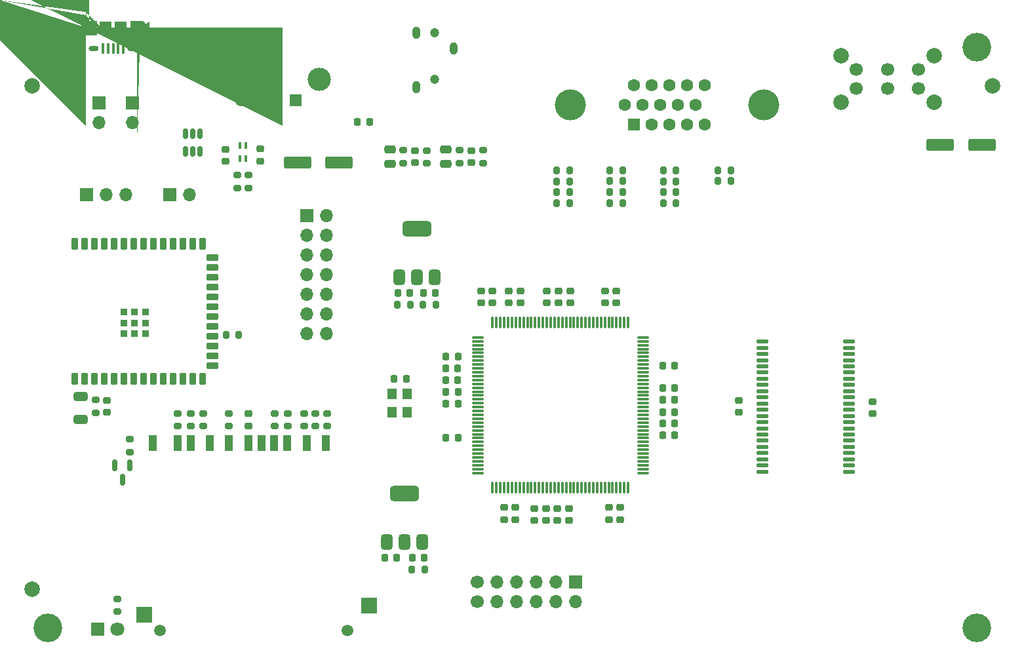
<source format=gts>
%TF.GenerationSoftware,KiCad,Pcbnew,8.0.4*%
%TF.CreationDate,2024-08-30T09:31:55-07:00*%
%TF.ProjectId,aquarius-plus,61717561-7269-4757-932d-706c75732e6b,1*%
%TF.SameCoordinates,Original*%
%TF.FileFunction,Soldermask,Top*%
%TF.FilePolarity,Negative*%
%FSLAX46Y46*%
G04 Gerber Fmt 4.6, Leading zero omitted, Abs format (unit mm)*
G04 Created by KiCad (PCBNEW 8.0.4) date 2024-08-30 09:31:55*
%MOMM*%
%LPD*%
G01*
G04 APERTURE LIST*
G04 Aperture macros list*
%AMRoundRect*
0 Rectangle with rounded corners*
0 $1 Rounding radius*
0 $2 $3 $4 $5 $6 $7 $8 $9 X,Y pos of 4 corners*
0 Add a 4 corners polygon primitive as box body*
4,1,4,$2,$3,$4,$5,$6,$7,$8,$9,$2,$3,0*
0 Add four circle primitives for the rounded corners*
1,1,$1+$1,$2,$3*
1,1,$1+$1,$4,$5*
1,1,$1+$1,$6,$7*
1,1,$1+$1,$8,$9*
0 Add four rect primitives between the rounded corners*
20,1,$1+$1,$2,$3,$4,$5,0*
20,1,$1+$1,$4,$5,$6,$7,0*
20,1,$1+$1,$6,$7,$8,$9,0*
20,1,$1+$1,$8,$9,$2,$3,0*%
%AMHorizOval*
0 Thick line with rounded ends*
0 $1 width*
0 $2 $3 position (X,Y) of the first rounded end (center of the circle)*
0 $4 $5 position (X,Y) of the second rounded end (center of the circle)*
0 Add line between two ends*
20,1,$1,$2,$3,$4,$5,0*
0 Add two circle primitives to create the rounded ends*
1,1,$1,$2,$3*
1,1,$1,$4,$5*%
%AMFreePoly0*
4,1,134,1.200354,0.780354,1.200500,0.780000,1.200500,-0.775000,1.200354,-0.775354,1.200000,-0.775500,0.002000,-0.775500,0.001646,-0.775354,0.001500,-0.775000,0.001500,-0.774762,0.000000,-0.775000,-0.001500,-0.774762,-0.001500,-0.775000,-0.001646,-0.775354,-0.002000,-0.775500,-0.002020,-0.775500,-0.027020,-0.774500,-0.027038,-0.774499,-0.053038,-0.772499,-0.053057,-0.772497,-0.079057,-0.769497,
-0.079094,-0.769491,-0.105094,-0.764491,-0.105117,-0.764486,-0.130117,-0.758486,-0.130135,-0.758481,-0.155135,-0.751481,-0.155169,-0.751470,-0.180169,-0.742470,-0.180192,-0.742462,-0.204192,-0.732462,-0.204208,-0.732455,-0.228208,-0.721455,-0.228246,-0.721435,-0.251246,-0.708435,-0.251254,-0.708430,-0.273254,-0.695430,-0.273291,-0.695407,-0.294291,-0.680407,-0.294303,-0.680398,-0.315303,-0.664398,
-0.315324,-0.664381,-0.335324,-0.647381,-0.335344,-0.647363,-0.354344,-0.629363,-0.354363,-0.629344,-0.372363,-0.610344,-0.372381,-0.610324,-0.389381,-0.590324,-0.389398,-0.590303,-0.405398,-0.569303,-0.405407,-0.569291,-0.420407,-0.548291,-0.420430,-0.548254,-0.433430,-0.526254,-0.433435,-0.526246,-0.446435,-0.503246,-0.446455,-0.503208,-0.457455,-0.479208,-0.457462,-0.479192,-0.467462,-0.455192,
-0.467470,-0.455169,-0.476470,-0.430169,-0.476481,-0.430135,-0.483481,-0.405135,-0.483486,-0.405117,-0.489486,-0.380117,-0.489491,-0.380094,-0.494491,-0.354094,-0.494497,-0.354057,-0.497497,-0.328057,-0.497499,-0.328038,-0.499499,-0.302038,-0.499500,-0.302019,-0.500500,-0.275019,-0.500500,0.275019,-0.499500,0.301019,-0.499499,0.301038,-0.497499,0.327038,-0.497497,0.327057,-0.494497,0.353057,
-0.494491,0.353094,-0.489491,0.379094,-0.489486,0.379117,-0.483486,0.404117,-0.483483,0.404130,-0.476483,0.430130,-0.476468,0.430176,-0.467462,0.454192,-0.457462,0.478192,-0.457455,0.478208,-0.446455,0.502208,-0.446435,0.502246,-0.433435,0.525246,-0.433422,0.525268,-0.405422,0.569268,-0.405398,0.569303,-0.389398,0.590303,-0.389381,0.590324,-0.372381,0.610324,-0.372363,0.610344,
-0.354363,0.629344,-0.354344,0.629363,-0.335344,0.647363,-0.335324,0.647381,-0.315324,0.664381,-0.315303,0.664398,-0.294303,0.680398,-0.294268,0.680422,-0.250268,0.708422,-0.250246,0.708435,-0.227246,0.721435,-0.227208,0.721455,-0.203208,0.732455,-0.203192,0.732462,-0.179192,0.742462,-0.155176,0.751468,-0.155130,0.751483,-0.129130,0.758483,-0.129117,0.758486,-0.104117,0.764486,
-0.104094,0.764491,-0.078094,0.769491,-0.078057,0.769497,-0.052057,0.772497,-0.052038,0.772499,-0.026038,0.774499,-0.026019,0.774500,-0.000019,0.775500,1.194500,0.775500,1.194500,0.780000,1.194646,0.780354,1.195000,0.780500,1.200000,0.780500,1.200354,0.780354,1.200354,0.780354,$1*%
%AMFreePoly1*
4,1,134,-0.001646,0.775354,-0.001500,0.775000,-0.001500,0.774762,0.000000,0.775000,0.001500,0.774762,0.001500,0.775000,0.001646,0.775354,0.002000,0.775500,0.002020,0.775500,0.027020,0.774500,0.027038,0.774499,0.053038,0.772499,0.053057,0.772497,0.079057,0.769497,0.079094,0.769491,0.105094,0.764491,0.105117,0.764486,0.130117,0.758486,0.130135,0.758481,0.155135,0.751481,
0.155169,0.751470,0.180169,0.742470,0.180192,0.742462,0.204192,0.732462,0.204208,0.732455,0.228208,0.721455,0.228246,0.721435,0.251246,0.708435,0.251254,0.708430,0.273254,0.695430,0.273291,0.695407,0.294291,0.680407,0.294303,0.680398,0.315303,0.664398,0.315324,0.664381,0.335324,0.647381,0.335344,0.647363,0.354344,0.629363,0.354363,0.629344,0.372363,0.610344,
0.372381,0.610324,0.389381,0.590324,0.389398,0.590303,0.405398,0.569303,0.405407,0.569291,0.420407,0.548291,0.420430,0.548254,0.433430,0.526254,0.433435,0.526246,0.446435,0.503246,0.446455,0.503208,0.457455,0.479208,0.457462,0.479192,0.467462,0.455192,0.467470,0.455169,0.476470,0.430169,0.476481,0.430135,0.483481,0.405135,0.483486,0.405117,0.489486,0.380117,
0.489491,0.380094,0.494491,0.354094,0.494497,0.354057,0.497497,0.328057,0.497499,0.328038,0.499499,0.302038,0.499500,0.302019,0.500500,0.275019,0.500500,-0.275019,0.499500,-0.301019,0.499499,-0.301038,0.497499,-0.327038,0.497497,-0.327057,0.494497,-0.353057,0.494491,-0.353094,0.489491,-0.379094,0.489486,-0.379117,0.483486,-0.404117,0.483483,-0.404130,0.476483,-0.430130,
0.476468,-0.430176,0.467462,-0.454192,0.457462,-0.478192,0.457455,-0.478208,0.446455,-0.502208,0.446435,-0.502246,0.433435,-0.525246,0.433422,-0.525268,0.405422,-0.569268,0.405398,-0.569303,0.389398,-0.590303,0.389381,-0.590324,0.372381,-0.610324,0.372363,-0.610344,0.354363,-0.629344,0.354344,-0.629363,0.335344,-0.647363,0.335324,-0.647381,0.315324,-0.664381,0.315303,-0.664398,
0.294303,-0.680398,0.294268,-0.680422,0.250268,-0.708422,0.250246,-0.708435,0.227246,-0.721435,0.227208,-0.721455,0.203208,-0.732455,0.203192,-0.732462,0.179192,-0.742462,0.155176,-0.751468,0.155130,-0.751483,0.129130,-0.758483,0.129117,-0.758486,0.104117,-0.764486,0.104094,-0.764491,0.078094,-0.769491,0.078057,-0.769497,0.052057,-0.772497,0.052038,-0.772499,0.026038,-0.774499,
0.026019,-0.774500,0.000019,-0.775500,-1.194500,-0.775500,-1.194500,-0.780000,-1.194646,-0.780354,-1.195000,-0.780500,-1.200000,-0.780500,-1.200354,-0.780354,-1.200500,-0.780000,-1.200500,0.775000,-1.200354,0.775354,-1.200000,0.775500,-0.002000,0.775500,-0.001646,0.775354,-0.001646,0.775354,$1*%
G04 Aperture macros list end*
%ADD10C,0.000100*%
%ADD11RoundRect,0.225000X0.250000X-0.225000X0.250000X0.225000X-0.250000X0.225000X-0.250000X-0.225000X0*%
%ADD12RoundRect,0.200000X-0.275000X0.200000X-0.275000X-0.200000X0.275000X-0.200000X0.275000X0.200000X0*%
%ADD13RoundRect,0.200000X0.275000X-0.200000X0.275000X0.200000X-0.275000X0.200000X-0.275000X-0.200000X0*%
%ADD14RoundRect,0.225000X-0.250000X0.225000X-0.250000X-0.225000X0.250000X-0.225000X0.250000X0.225000X0*%
%ADD15R,1.700000X1.700000*%
%ADD16O,1.700000X1.700000*%
%ADD17RoundRect,0.200000X-0.200000X-0.275000X0.200000X-0.275000X0.200000X0.275000X-0.200000X0.275000X0*%
%ADD18RoundRect,0.150000X0.150000X-0.512500X0.150000X0.512500X-0.150000X0.512500X-0.150000X-0.512500X0*%
%ADD19RoundRect,0.375000X0.375000X-0.625000X0.375000X0.625000X-0.375000X0.625000X-0.375000X-0.625000X0*%
%ADD20RoundRect,0.500000X1.400000X-0.500000X1.400000X0.500000X-1.400000X0.500000X-1.400000X-0.500000X0*%
%ADD21RoundRect,0.075000X-0.075000X0.662500X-0.075000X-0.662500X0.075000X-0.662500X0.075000X0.662500X0*%
%ADD22RoundRect,0.075000X-0.662500X0.075000X-0.662500X-0.075000X0.662500X-0.075000X0.662500X0.075000X0*%
%ADD23C,3.700000*%
%ADD24RoundRect,0.225000X0.225000X0.250000X-0.225000X0.250000X-0.225000X-0.250000X0.225000X-0.250000X0*%
%ADD25RoundRect,0.250000X0.475000X-0.250000X0.475000X0.250000X-0.475000X0.250000X-0.475000X-0.250000X0*%
%ADD26HorizOval,1.700000X0.000000X0.000000X0.000000X0.000000X0*%
%ADD27C,2.000000*%
%ADD28RoundRect,0.218750X-0.218750X-0.256250X0.218750X-0.256250X0.218750X0.256250X-0.218750X0.256250X0*%
%ADD29C,1.700000*%
%ADD30RoundRect,0.137500X-0.625000X-0.137500X0.625000X-0.137500X0.625000X0.137500X-0.625000X0.137500X0*%
%ADD31RoundRect,0.225000X-0.225000X-0.250000X0.225000X-0.250000X0.225000X0.250000X-0.225000X0.250000X0*%
%ADD32R,0.400000X1.350000*%
%ADD33FreePoly0,180.000000*%
%ADD34O,1.300000X0.650000*%
%ADD35R,1.500000X1.550000*%
%ADD36FreePoly1,180.000000*%
%ADD37C,1.500000*%
%ADD38R,1.000000X2.000000*%
%ADD39RoundRect,0.000000X-0.500000X-1.000000X0.500000X-1.000000X0.500000X1.000000X-0.500000X1.000000X0*%
%ADD40R,2.000000X2.000000*%
%ADD41C,4.000000*%
%ADD42R,1.600000X1.600000*%
%ADD43C,1.600000*%
%ADD44R,1.600000X1.500000*%
%ADD45C,3.000000*%
%ADD46R,1.800000X1.800000*%
%ADD47C,1.800000*%
%ADD48RoundRect,0.250000X1.500000X0.550000X-1.500000X0.550000X-1.500000X-0.550000X1.500000X-0.550000X0*%
%ADD49R,1.200000X1.400000*%
%ADD50RoundRect,0.250000X-0.650000X0.325000X-0.650000X-0.325000X0.650000X-0.325000X0.650000X0.325000X0*%
%ADD51C,1.200000*%
%ADD52O,1.000000X1.600000*%
%ADD53RoundRect,0.225000X0.225000X0.525000X-0.225000X0.525000X-0.225000X-0.525000X0.225000X-0.525000X0*%
%ADD54RoundRect,0.225000X-0.525000X0.225000X-0.525000X-0.225000X0.525000X-0.225000X0.525000X0.225000X0*%
%ADD55RoundRect,0.225000X-0.225000X-0.525000X0.225000X-0.525000X0.225000X0.525000X-0.225000X0.525000X0*%
%ADD56RoundRect,0.225000X-0.225000X-0.225000X0.225000X-0.225000X0.225000X0.225000X-0.225000X0.225000X0*%
%ADD57R,0.400000X0.900000*%
%ADD58RoundRect,0.150000X-0.150000X0.587500X-0.150000X-0.587500X0.150000X-0.587500X0.150000X0.587500X0*%
%ADD59RoundRect,0.250000X-1.500000X-0.550000X1.500000X-0.550000X1.500000X0.550000X-1.500000X0.550000X0*%
G04 APERTURE END LIST*
D10*
%TO.C,J1*%
X87810099Y-33204978D02*
X86410099Y-33204978D01*
X86384099Y-33203978D01*
X86358099Y-33201978D01*
X86332099Y-33198978D01*
X86306099Y-33193978D01*
X86281099Y-33187978D01*
X86255099Y-33180978D01*
X86231099Y-33171978D01*
X86207099Y-33161978D01*
X86183099Y-33150978D01*
X86160099Y-33137978D01*
X86138099Y-33123978D01*
X86116099Y-33109978D01*
X86095099Y-33093978D01*
X86075099Y-33076978D01*
X86056099Y-33058978D01*
X86038099Y-33039978D01*
X86021099Y-33019978D01*
X86005099Y-32998978D01*
X85991099Y-32976978D01*
X85977099Y-32954978D01*
X85964099Y-32931978D01*
X85953099Y-32907978D01*
X85943099Y-32883978D01*
X85934099Y-32859978D01*
X85927099Y-32833978D01*
X85921099Y-32808978D01*
X85916099Y-32782978D01*
X85913099Y-32756978D01*
X85911099Y-32730978D01*
X85910099Y-32704978D01*
X85910099Y-31954978D01*
X85911099Y-31928978D01*
X85913099Y-31902978D01*
X85916099Y-31876978D01*
X85921099Y-31850978D01*
X85927099Y-31825978D01*
X85934099Y-31799978D01*
X85943099Y-31775978D01*
X85953099Y-31751978D01*
X85964099Y-31727978D01*
X85977099Y-31704978D01*
X85991099Y-31682978D01*
X86005099Y-31660978D01*
X86021099Y-31639978D01*
X86038099Y-31619978D01*
X86056099Y-31600978D01*
X86075099Y-31582978D01*
X86095099Y-31565978D01*
X86116099Y-31549978D01*
X86138099Y-31535978D01*
X86160099Y-31521978D01*
X86183099Y-31508978D01*
X86207099Y-31497978D01*
X86231099Y-31487978D01*
X86255099Y-31478978D01*
X86281099Y-31471978D01*
X86306099Y-31465978D01*
X86332099Y-31460978D01*
X86358099Y-31457978D01*
X86384099Y-31455978D01*
X86410099Y-31454978D01*
X87810099Y-31454978D01*
X87810099Y-33204978D01*
G36*
X87810099Y-33204978D02*
G01*
X86410099Y-33204978D01*
X86384099Y-33203978D01*
X86358099Y-33201978D01*
X86332099Y-33198978D01*
X86306099Y-33193978D01*
X86281099Y-33187978D01*
X86255099Y-33180978D01*
X86231099Y-33171978D01*
X86207099Y-33161978D01*
X86183099Y-33150978D01*
X86160099Y-33137978D01*
X86138099Y-33123978D01*
X86116099Y-33109978D01*
X86095099Y-33093978D01*
X86075099Y-33076978D01*
X86056099Y-33058978D01*
X86038099Y-33039978D01*
X86021099Y-33019978D01*
X86005099Y-32998978D01*
X85991099Y-32976978D01*
X85977099Y-32954978D01*
X85964099Y-32931978D01*
X85953099Y-32907978D01*
X85943099Y-32883978D01*
X85934099Y-32859978D01*
X85927099Y-32833978D01*
X85921099Y-32808978D01*
X85916099Y-32782978D01*
X85913099Y-32756978D01*
X85911099Y-32730978D01*
X85910099Y-32704978D01*
X85910099Y-31954978D01*
X85911099Y-31928978D01*
X85913099Y-31902978D01*
X85916099Y-31876978D01*
X85921099Y-31850978D01*
X85927099Y-31825978D01*
X85934099Y-31799978D01*
X85943099Y-31775978D01*
X85953099Y-31751978D01*
X85964099Y-31727978D01*
X85977099Y-31704978D01*
X85991099Y-31682978D01*
X86005099Y-31660978D01*
X86021099Y-31639978D01*
X86038099Y-31619978D01*
X86056099Y-31600978D01*
X86075099Y-31582978D01*
X86095099Y-31565978D01*
X86116099Y-31549978D01*
X86138099Y-31535978D01*
X86160099Y-31521978D01*
X86183099Y-31508978D01*
X86207099Y-31497978D01*
X86231099Y-31487978D01*
X86255099Y-31478978D01*
X86281099Y-31471978D01*
X86306099Y-31465978D01*
X86332099Y-31460978D01*
X86358099Y-31457978D01*
X86384099Y-31455978D01*
X86410099Y-31454978D01*
X87810099Y-31454978D01*
X87810099Y-33204978D01*
G37*
X93636099Y-31455978D02*
X93662099Y-31457978D01*
X93688099Y-31460978D01*
X93714099Y-31465978D01*
X93739099Y-31471978D01*
X93765099Y-31478978D01*
X93789099Y-31487978D01*
X93813099Y-31497978D01*
X93837099Y-31508978D01*
X93860099Y-31521978D01*
X93882099Y-31535978D01*
X93904099Y-31549978D01*
X93925099Y-31565978D01*
X93945099Y-31582978D01*
X93964099Y-31600978D01*
X93982099Y-31619978D01*
X93999099Y-31639978D01*
X94015099Y-31660978D01*
X94029099Y-31682978D01*
X94043099Y-31704978D01*
X94056099Y-31727978D01*
X94067099Y-31751978D01*
X94077099Y-31775978D01*
X94086099Y-31799978D01*
X94093099Y-31825978D01*
X94099099Y-31850978D01*
X94104099Y-31876978D01*
X94107099Y-31902978D01*
X94109099Y-31928978D01*
X94110099Y-31954978D01*
X94110099Y-32704978D01*
X94109099Y-32730978D01*
X94107099Y-32756978D01*
X94104099Y-32782978D01*
X94099099Y-32808978D01*
X94093099Y-32833978D01*
X94086099Y-32859978D01*
X94077099Y-32883978D01*
X94067099Y-32907978D01*
X94056099Y-32931978D01*
X94043099Y-32954978D01*
X94029099Y-32976978D01*
X94015099Y-32998978D01*
X93999099Y-33019978D01*
X93982099Y-33039978D01*
X93964099Y-33058978D01*
X93945099Y-33076978D01*
X93925099Y-33093978D01*
X93904099Y-33109978D01*
X93882099Y-33123978D01*
X93860099Y-33137978D01*
X93837099Y-33150978D01*
X93813099Y-33161978D01*
X93789099Y-33171978D01*
X93765099Y-33180978D01*
X93739099Y-33187978D01*
X93714099Y-33193978D01*
X93688099Y-33198978D01*
X93662099Y-33201978D01*
X93636099Y-33203978D01*
X93610099Y-33204978D01*
X92210099Y-33204978D01*
X92210099Y-31454978D01*
X93610099Y-31454978D01*
X93636099Y-31455978D01*
G36*
X93636099Y-31455978D02*
G01*
X93662099Y-31457978D01*
X93688099Y-31460978D01*
X93714099Y-31465978D01*
X93739099Y-31471978D01*
X93765099Y-31478978D01*
X93789099Y-31487978D01*
X93813099Y-31497978D01*
X93837099Y-31508978D01*
X93860099Y-31521978D01*
X93882099Y-31535978D01*
X93904099Y-31549978D01*
X93925099Y-31565978D01*
X93945099Y-31582978D01*
X93964099Y-31600978D01*
X93982099Y-31619978D01*
X93999099Y-31639978D01*
X94015099Y-31660978D01*
X94029099Y-31682978D01*
X94043099Y-31704978D01*
X94056099Y-31727978D01*
X94067099Y-31751978D01*
X94077099Y-31775978D01*
X94086099Y-31799978D01*
X94093099Y-31825978D01*
X94099099Y-31850978D01*
X94104099Y-31876978D01*
X94107099Y-31902978D01*
X94109099Y-31928978D01*
X94110099Y-31954978D01*
X94110099Y-32704978D01*
X94109099Y-32730978D01*
X94107099Y-32756978D01*
X94104099Y-32782978D01*
X94099099Y-32808978D01*
X94093099Y-32833978D01*
X94086099Y-32859978D01*
X94077099Y-32883978D01*
X94067099Y-32907978D01*
X94056099Y-32931978D01*
X94043099Y-32954978D01*
X94029099Y-32976978D01*
X94015099Y-32998978D01*
X93999099Y-33019978D01*
X93982099Y-33039978D01*
X93964099Y-33058978D01*
X93945099Y-33076978D01*
X93925099Y-33093978D01*
X93904099Y-33109978D01*
X93882099Y-33123978D01*
X93860099Y-33137978D01*
X93837099Y-33150978D01*
X93813099Y-33161978D01*
X93789099Y-33171978D01*
X93765099Y-33180978D01*
X93739099Y-33187978D01*
X93714099Y-33193978D01*
X93688099Y-33198978D01*
X93662099Y-33201978D01*
X93636099Y-33203978D01*
X93610099Y-33204978D01*
X92210099Y-33204978D01*
X92210099Y-31454978D01*
X93610099Y-31454978D01*
X93636099Y-31455978D01*
G37*
%TD*%
D11*
%TO.C,C18*%
X153539947Y-67851709D03*
X153539947Y-66301709D03*
%TD*%
D12*
%TO.C,R1*%
X106000000Y-51350000D03*
X106000000Y-53000000D03*
%TD*%
D13*
%TO.C,R24*%
X87742947Y-82045509D03*
X87742947Y-80395509D03*
%TD*%
D14*
%TO.C,C36*%
X170831446Y-80453390D03*
X170831446Y-82003390D03*
%TD*%
D15*
%TO.C,JP4*%
X97347147Y-53877509D03*
D16*
X99887147Y-53877509D03*
%TD*%
D12*
%TO.C,R33*%
X116154647Y-82143709D03*
X116154647Y-83793709D03*
%TD*%
D17*
%TO.C,R14*%
X154152447Y-54990609D03*
X155802447Y-54990609D03*
%TD*%
%TO.C,R16*%
X161037247Y-52152509D03*
X162687247Y-52152509D03*
%TD*%
D14*
%TO.C,C45*%
X148892947Y-94433009D03*
X148892947Y-95983009D03*
%TD*%
D18*
%TO.C,U1*%
X99349264Y-48287500D03*
X100299264Y-48287500D03*
X101249264Y-48287500D03*
X101249264Y-46012500D03*
X100299264Y-46012500D03*
X99349264Y-46012500D03*
%TD*%
D11*
%TO.C,C7*%
X136242347Y-49769309D03*
X136242347Y-48219309D03*
%TD*%
D19*
%TO.C,U3*%
X126936274Y-64571209D03*
X129236274Y-64571209D03*
D20*
X129236274Y-58271209D03*
D19*
X131536274Y-64571209D03*
%TD*%
D14*
%TO.C,C44*%
X147392947Y-94433009D03*
X147392947Y-95983009D03*
%TD*%
D12*
%TO.C,R32*%
X114693247Y-82143009D03*
X114693247Y-83793009D03*
%TD*%
D21*
%TO.C,U4*%
X156512947Y-70420509D03*
X156012947Y-70420509D03*
X155512947Y-70420509D03*
X155012947Y-70420509D03*
X154512947Y-70420509D03*
X154012947Y-70420509D03*
X153512947Y-70420509D03*
X153012947Y-70420509D03*
X152512947Y-70420509D03*
X152012947Y-70420509D03*
X151512947Y-70420509D03*
X151012947Y-70420509D03*
X150512947Y-70420509D03*
X150012947Y-70420509D03*
X149512947Y-70420509D03*
X149012947Y-70420509D03*
X148512947Y-70420509D03*
X148012947Y-70420509D03*
X147512947Y-70420509D03*
X147012947Y-70420509D03*
X146512947Y-70420509D03*
X146012947Y-70420509D03*
X145512947Y-70420509D03*
X145012947Y-70420509D03*
X144512947Y-70420509D03*
X144012947Y-70420509D03*
X143512947Y-70420509D03*
X143012947Y-70420509D03*
X142512947Y-70420509D03*
X142012947Y-70420509D03*
X141512947Y-70420509D03*
X141012947Y-70420509D03*
X140512947Y-70420509D03*
X140012947Y-70420509D03*
X139512947Y-70420509D03*
X139012947Y-70420509D03*
D22*
X137100447Y-72333009D03*
X137100447Y-72833009D03*
X137100447Y-73333009D03*
X137100447Y-73833009D03*
X137100447Y-74333009D03*
X137100447Y-74833009D03*
X137100447Y-75333009D03*
X137100447Y-75833009D03*
X137100447Y-76333009D03*
X137100447Y-76833009D03*
X137100447Y-77333009D03*
X137100447Y-77833009D03*
X137100447Y-78333009D03*
X137100447Y-78833009D03*
X137100447Y-79333009D03*
X137100447Y-79833009D03*
X137100447Y-80333009D03*
X137100447Y-80833009D03*
X137100447Y-81333009D03*
X137100447Y-81833009D03*
X137100447Y-82333009D03*
X137100447Y-82833009D03*
X137100447Y-83333009D03*
X137100447Y-83833009D03*
X137100447Y-84333009D03*
X137100447Y-84833009D03*
X137100447Y-85333009D03*
X137100447Y-85833009D03*
X137100447Y-86333009D03*
X137100447Y-86833009D03*
X137100447Y-87333009D03*
X137100447Y-87833009D03*
X137100447Y-88333009D03*
X137100447Y-88833009D03*
X137100447Y-89333009D03*
X137100447Y-89833009D03*
D21*
X139012947Y-91745509D03*
X139512947Y-91745509D03*
X140012947Y-91745509D03*
X140512947Y-91745509D03*
X141012947Y-91745509D03*
X141512947Y-91745509D03*
X142012947Y-91745509D03*
X142512947Y-91745509D03*
X143012947Y-91745509D03*
X143512947Y-91745509D03*
X144012947Y-91745509D03*
X144512947Y-91745509D03*
X145012947Y-91745509D03*
X145512947Y-91745509D03*
X146012947Y-91745509D03*
X146512947Y-91745509D03*
X147012947Y-91745509D03*
X147512947Y-91745509D03*
X148012947Y-91745509D03*
X148512947Y-91745509D03*
X149012947Y-91745509D03*
X149512947Y-91745509D03*
X150012947Y-91745509D03*
X150512947Y-91745509D03*
X151012947Y-91745509D03*
X151512947Y-91745509D03*
X152012947Y-91745509D03*
X152512947Y-91745509D03*
X153012947Y-91745509D03*
X153512947Y-91745509D03*
X154012947Y-91745509D03*
X154512947Y-91745509D03*
X155012947Y-91745509D03*
X155512947Y-91745509D03*
X156012947Y-91745509D03*
X156512947Y-91745509D03*
D22*
X158425447Y-89833009D03*
X158425447Y-89333009D03*
X158425447Y-88833009D03*
X158425447Y-88333009D03*
X158425447Y-87833009D03*
X158425447Y-87333009D03*
X158425447Y-86833009D03*
X158425447Y-86333009D03*
X158425447Y-85833009D03*
X158425447Y-85333009D03*
X158425447Y-84833009D03*
X158425447Y-84333009D03*
X158425447Y-83833009D03*
X158425447Y-83333009D03*
X158425447Y-82833009D03*
X158425447Y-82333009D03*
X158425447Y-81833009D03*
X158425447Y-81333009D03*
X158425447Y-80833009D03*
X158425447Y-80333009D03*
X158425447Y-79833009D03*
X158425447Y-79333009D03*
X158425447Y-78833009D03*
X158425447Y-78333009D03*
X158425447Y-77833009D03*
X158425447Y-77333009D03*
X158425447Y-76833009D03*
X158425447Y-76333009D03*
X158425447Y-75833009D03*
X158425447Y-75333009D03*
X158425447Y-74833009D03*
X158425447Y-74333009D03*
X158425447Y-73833009D03*
X158425447Y-73333009D03*
X158425447Y-72833009D03*
X158425447Y-72333009D03*
%TD*%
D23*
%TO.C,H4*%
X201542947Y-109870509D03*
%TD*%
D17*
%TO.C,R9*%
X147281547Y-53587209D03*
X148931547Y-53587209D03*
%TD*%
D23*
%TO.C,H3*%
X81542947Y-109870509D03*
%TD*%
D15*
%TO.C,JP1*%
X88217547Y-42000000D03*
D16*
X88217547Y-44540000D03*
%TD*%
D24*
%TO.C,C38*%
X126642947Y-100796109D03*
X125092947Y-100796109D03*
%TD*%
D14*
%TO.C,C43*%
X145892947Y-94445509D03*
X145892947Y-95995509D03*
%TD*%
D11*
%TO.C,C37*%
X188099060Y-82168142D03*
X188099060Y-80618142D03*
%TD*%
%TO.C,C11*%
X137542947Y-67854309D03*
X137542947Y-66304309D03*
%TD*%
D25*
%TO.C,C6*%
X132992347Y-49944309D03*
X132992347Y-48044309D03*
%TD*%
D11*
%TO.C,C17*%
X149012947Y-67858009D03*
X149012947Y-66308009D03*
%TD*%
D13*
%TO.C,R4*%
X130488647Y-49827809D03*
X130488647Y-48177809D03*
%TD*%
D15*
%TO.C,J7*%
X149702947Y-103950509D03*
D16*
X149702947Y-106490509D03*
X147162947Y-103950509D03*
X147162947Y-106490509D03*
X144622947Y-103950509D03*
X144622947Y-106490509D03*
X142082947Y-103950509D03*
X142082947Y-106490509D03*
X139542947Y-103950509D03*
X139542947Y-106490509D03*
D26*
X137002947Y-103950509D03*
X137002947Y-106490509D03*
%TD*%
D11*
%TO.C,C22*%
X107497847Y-83741909D03*
X107497847Y-82191909D03*
%TD*%
D24*
%TO.C,C39*%
X130167947Y-100796109D03*
X128617947Y-100796109D03*
%TD*%
D27*
%TO.C,FID1*%
X79542947Y-39870509D03*
%TD*%
D28*
%TO.C,FB1*%
X97824636Y-36863428D03*
X99399636Y-36863428D03*
%TD*%
D27*
%TO.C,SW1*%
X196000447Y-41953009D03*
X196000447Y-35953009D03*
X184000447Y-41953009D03*
X184000447Y-35953009D03*
D29*
X194000447Y-40203009D03*
X190000447Y-40203009D03*
X186000447Y-40203009D03*
X194000447Y-37703009D03*
X190000447Y-37703009D03*
X186000447Y-37703009D03*
%TD*%
D17*
%TO.C,R20*%
X168124247Y-52149609D03*
X169774247Y-52149609D03*
%TD*%
%TO.C,R36*%
X128567947Y-102296109D03*
X130217947Y-102296109D03*
%TD*%
D30*
%TO.C,U5*%
X173867947Y-72870509D03*
X173867947Y-73670509D03*
X173867947Y-74470509D03*
X173867947Y-75270509D03*
X173867947Y-76070509D03*
X173867947Y-76870509D03*
X173867947Y-77670509D03*
X173867947Y-78470509D03*
X173867947Y-79270509D03*
X173867947Y-80070509D03*
X173867947Y-80870509D03*
X173867947Y-81670509D03*
X173867947Y-82470509D03*
X173867947Y-83270509D03*
X173867947Y-84070509D03*
X173867947Y-84870509D03*
X173867947Y-85670509D03*
X173867947Y-86470509D03*
X173867947Y-87270509D03*
X173867947Y-88070509D03*
X173867947Y-88870509D03*
X173867947Y-89670509D03*
X185042947Y-89670509D03*
X185042947Y-88870509D03*
X185042947Y-88070509D03*
X185042947Y-87270509D03*
X185042947Y-86470509D03*
X185042947Y-85670509D03*
X185042947Y-84870509D03*
X185042947Y-84070509D03*
X185042947Y-83270509D03*
X185042947Y-82470509D03*
X185042947Y-81670509D03*
X185042947Y-80870509D03*
X185042947Y-80070509D03*
X185042947Y-79270509D03*
X185042947Y-78470509D03*
X185042947Y-77670509D03*
X185042947Y-76870509D03*
X185042947Y-76070509D03*
X185042947Y-75270509D03*
X185042947Y-74470509D03*
X185042947Y-73670509D03*
X185042947Y-72870509D03*
%TD*%
D17*
%TO.C,R15*%
X161037247Y-50735409D03*
X162687247Y-50735409D03*
%TD*%
D12*
%TO.C,R30*%
X110825847Y-82124509D03*
X110825847Y-83774509D03*
%TD*%
D24*
%TO.C,C24*%
X134537947Y-74833009D03*
X132987947Y-74833009D03*
%TD*%
D12*
%TO.C,R3*%
X127492347Y-48169309D03*
X127492347Y-49819309D03*
%TD*%
D11*
%TO.C,C13*%
X141092947Y-67858009D03*
X141092947Y-66308009D03*
%TD*%
D17*
%TO.C,R8*%
X147281547Y-52168809D03*
X148931547Y-52168809D03*
%TD*%
D15*
%TO.C,JP3*%
X86542947Y-53870509D03*
D16*
X89082947Y-53870509D03*
X91622947Y-53870509D03*
%TD*%
D13*
%TO.C,R2*%
X107500000Y-53000000D03*
X107500000Y-51350000D03*
%TD*%
D31*
%TO.C,C33*%
X160987947Y-81970511D03*
X162537947Y-81970511D03*
%TD*%
D32*
%TO.C,J1*%
X91310099Y-35029978D03*
X90660099Y-35029978D03*
X90010099Y-35029978D03*
X89360099Y-35029978D03*
X88710099Y-35029978D03*
D33*
X93510099Y-32329978D03*
D34*
X92510099Y-35029978D03*
D35*
X91010099Y-32329978D03*
X89010099Y-32329978D03*
D34*
X87510099Y-35029978D03*
D36*
X86510099Y-32329978D03*
%TD*%
D13*
%TO.C,R26*%
X98378747Y-83792109D03*
X98378747Y-82142109D03*
%TD*%
D19*
%TO.C,U6*%
X125320447Y-98796109D03*
X127620447Y-98796109D03*
D20*
X127620447Y-92496109D03*
D19*
X129920447Y-98796109D03*
%TD*%
D24*
%TO.C,C25*%
X134525947Y-76346909D03*
X132975947Y-76346909D03*
%TD*%
D17*
%TO.C,R13*%
X154151347Y-53567509D03*
X155801347Y-53567509D03*
%TD*%
D15*
%TO.C,J5*%
X115002947Y-56630509D03*
D16*
X117542947Y-56630509D03*
X115002947Y-59170509D03*
X117542947Y-59170509D03*
X115002947Y-61710509D03*
X117542947Y-61710509D03*
X115002947Y-64250509D03*
X117542947Y-64250509D03*
X115002947Y-66790509D03*
X117542947Y-66790509D03*
X115002947Y-69330509D03*
X117542947Y-69330509D03*
X115002947Y-71870509D03*
X117542947Y-71870509D03*
%TD*%
D15*
%TO.C,JP2*%
X92500000Y-42000000D03*
D16*
X92500000Y-44540000D03*
%TD*%
D31*
%TO.C,C34*%
X160992947Y-83470509D03*
X162542947Y-83470509D03*
%TD*%
D17*
%TO.C,R17*%
X161033447Y-53563509D03*
X162683447Y-53563509D03*
%TD*%
D14*
%TO.C,C40*%
X140512947Y-94308009D03*
X140512947Y-95858009D03*
%TD*%
D17*
%TO.C,R18*%
X161037247Y-54998609D03*
X162687247Y-54998609D03*
%TD*%
D14*
%TO.C,C2*%
X109000000Y-48000000D03*
X109000000Y-49550000D03*
%TD*%
D27*
%TO.C,FID3*%
X79542947Y-104870509D03*
%TD*%
D17*
%TO.C,R22*%
X126724574Y-68070509D03*
X128374574Y-68070509D03*
%TD*%
D14*
%TO.C,C21*%
X89202647Y-80445909D03*
X89202647Y-81995909D03*
%TD*%
D13*
%TO.C,R25*%
X92192947Y-87145509D03*
X92192947Y-85495509D03*
%TD*%
D12*
%TO.C,R35*%
X90542947Y-106095509D03*
X90542947Y-107745509D03*
%TD*%
D37*
%TO.C,J6*%
X96042947Y-110190509D03*
X120242947Y-110190509D03*
D38*
X115002947Y-85940509D03*
X112502947Y-85940509D03*
X109192947Y-85940509D03*
X107482947Y-85940509D03*
X104982947Y-85940509D03*
X102482947Y-85940509D03*
X100062947Y-85940509D03*
X98362947Y-85940509D03*
X117502947Y-85940509D03*
D39*
X110822947Y-85940509D03*
D38*
X95082947Y-85940509D03*
D40*
X123077947Y-106990509D03*
X94007947Y-108190509D03*
%TD*%
D12*
%TO.C,R29*%
X104953947Y-82128109D03*
X104953947Y-83778109D03*
%TD*%
D41*
%TO.C,J4*%
X174037947Y-42300509D03*
X149047947Y-42300509D03*
D42*
X157227947Y-44840509D03*
D43*
X159517947Y-44840509D03*
X161807947Y-44840509D03*
X164097947Y-44840509D03*
X166387947Y-44840509D03*
X156087947Y-42300509D03*
X158377947Y-42300509D03*
X160667947Y-42300509D03*
X162957947Y-42300509D03*
X165247947Y-42300509D03*
X157227947Y-39760509D03*
X159517947Y-39760509D03*
X161807947Y-39760509D03*
X164097947Y-39760509D03*
X166387947Y-39760509D03*
%TD*%
D31*
%TO.C,C31*%
X160987947Y-78883009D03*
X162537947Y-78883009D03*
%TD*%
%TO.C,C32*%
X160987947Y-80383009D03*
X162537947Y-80383009D03*
%TD*%
D13*
%TO.C,R6*%
X137749547Y-49813909D03*
X137749547Y-48163909D03*
%TD*%
D44*
%TO.C,J2*%
X113542947Y-41730509D03*
D43*
X111042947Y-41730509D03*
X109042947Y-41730509D03*
X106542947Y-41730509D03*
D45*
X116612947Y-39020509D03*
X103472947Y-39020509D03*
%TD*%
D23*
%TO.C,H1*%
X81542947Y-34870509D03*
%TD*%
D14*
%TO.C,C1*%
X104539060Y-48044606D03*
X104539060Y-49594606D03*
%TD*%
D12*
%TO.C,R31*%
X112524047Y-82138109D03*
X112524047Y-83788109D03*
%TD*%
D11*
%TO.C,C12*%
X139012947Y-67858009D03*
X139012947Y-66308009D03*
%TD*%
D24*
%TO.C,C29*%
X134537947Y-85333009D03*
X132987947Y-85333009D03*
%TD*%
D14*
%TO.C,C42*%
X144392947Y-94433009D03*
X144392947Y-95983009D03*
%TD*%
D46*
%TO.C,D1*%
X88042947Y-110045509D03*
D47*
X90582947Y-110045509D03*
%TD*%
D17*
%TO.C,R12*%
X154152447Y-52144409D03*
X155802447Y-52144409D03*
%TD*%
%TO.C,R10*%
X147281547Y-55005509D03*
X148931547Y-55005509D03*
%TD*%
D12*
%TO.C,R5*%
X134742347Y-48169309D03*
X134742347Y-49819309D03*
%TD*%
D23*
%TO.C,H2*%
X201542947Y-34870509D03*
%TD*%
D24*
%TO.C,C27*%
X134537947Y-79333009D03*
X132987947Y-79333009D03*
%TD*%
D48*
%TO.C,C3*%
X119200000Y-49750509D03*
X113800000Y-49750509D03*
%TD*%
D11*
%TO.C,C5*%
X128992347Y-49769309D03*
X128992347Y-48219309D03*
%TD*%
D49*
%TO.C,X1*%
X126042947Y-79620509D03*
X126042947Y-82020509D03*
X127942947Y-82020509D03*
X127942947Y-79620509D03*
%TD*%
D31*
%TO.C,C30*%
X160989147Y-75961109D03*
X162539147Y-75961109D03*
%TD*%
D14*
%TO.C,C47*%
X155492947Y-94313509D03*
X155492947Y-95863509D03*
%TD*%
D11*
%TO.C,C14*%
X142592947Y-67858009D03*
X142592947Y-66308009D03*
%TD*%
D24*
%TO.C,C28*%
X134538047Y-80861709D03*
X132988047Y-80861709D03*
%TD*%
D50*
%TO.C,C20*%
X85792947Y-79995509D03*
X85792947Y-82945509D03*
%TD*%
D51*
%TO.C,J3*%
X131542947Y-32970509D03*
X131542947Y-38970509D03*
D52*
X133942947Y-34970509D03*
X129142947Y-32970509D03*
X129142947Y-39970509D03*
%TD*%
D28*
%TO.C,FB2*%
X121574261Y-44500000D03*
X123149261Y-44500000D03*
%TD*%
D12*
%TO.C,R28*%
X101673647Y-82137209D03*
X101673647Y-83787209D03*
%TD*%
D24*
%TO.C,C23*%
X127867947Y-77690509D03*
X126317947Y-77690509D03*
%TD*%
%TO.C,C10*%
X131624574Y-66570509D03*
X130074574Y-66570509D03*
%TD*%
D14*
%TO.C,C41*%
X141969047Y-94305809D03*
X141969047Y-95855809D03*
%TD*%
D17*
%TO.C,R23*%
X130024574Y-68070509D03*
X131674574Y-68070509D03*
%TD*%
%TO.C,R7*%
X147281547Y-50750509D03*
X148931547Y-50750509D03*
%TD*%
%TO.C,R19*%
X168122447Y-50736509D03*
X169772447Y-50736509D03*
%TD*%
D53*
%TO.C,U2*%
X85057908Y-77710458D03*
X86327908Y-77710458D03*
X87597908Y-77710458D03*
X88867908Y-77710458D03*
X90137908Y-77710458D03*
X91407908Y-77710458D03*
X92677908Y-77710458D03*
X93947908Y-77710458D03*
X95217908Y-77710458D03*
X96487908Y-77710458D03*
X97757908Y-77710458D03*
X99027908Y-77710458D03*
X100297908Y-77710458D03*
X101567908Y-77710458D03*
D54*
X102817908Y-75945458D03*
X102817908Y-74675458D03*
X102817908Y-73405458D03*
X102817908Y-72135458D03*
X102817908Y-70865458D03*
X102817908Y-69595458D03*
X102817908Y-68325458D03*
X102817908Y-67055458D03*
X102817908Y-65785458D03*
X102817908Y-64515458D03*
X102817908Y-63245458D03*
X102817908Y-61975458D03*
D55*
X101567908Y-60210458D03*
X100297908Y-60210458D03*
X99027908Y-60210458D03*
X97757908Y-60210458D03*
X96487908Y-60210458D03*
X95217908Y-60210458D03*
X93947908Y-60210458D03*
X92677908Y-60210458D03*
X91407908Y-60210458D03*
X90137908Y-60210458D03*
X88867908Y-60210458D03*
X87597908Y-60210458D03*
X86327908Y-60210458D03*
X85057908Y-60210458D03*
D56*
X91377908Y-71860458D03*
X92777908Y-71860458D03*
X94177908Y-71860458D03*
X91377908Y-70460458D03*
X92777908Y-70460458D03*
X94177908Y-70460458D03*
X91377908Y-69060458D03*
X92777908Y-69060458D03*
X94177908Y-69060458D03*
%TD*%
D57*
%TO.C,L1*%
X106365159Y-49200000D03*
X106365159Y-47500000D03*
X107165159Y-47500000D03*
X107165159Y-49200000D03*
%TD*%
D24*
%TO.C,C9*%
X128324574Y-66570509D03*
X126774574Y-66570509D03*
%TD*%
D14*
%TO.C,C46*%
X154012947Y-94308009D03*
X154012947Y-95858009D03*
%TD*%
D11*
%TO.C,C19*%
X155012947Y-67858009D03*
X155012947Y-66308009D03*
%TD*%
D58*
%TO.C,Q1*%
X92142947Y-88883009D03*
X90242947Y-88883009D03*
X91192947Y-90758009D03*
%TD*%
D25*
%TO.C,C4*%
X125742347Y-49944309D03*
X125742347Y-48044309D03*
%TD*%
D13*
%TO.C,R34*%
X117611247Y-83793009D03*
X117611247Y-82143009D03*
%TD*%
D31*
%TO.C,C35*%
X160991747Y-84928809D03*
X162541747Y-84928809D03*
%TD*%
D24*
%TO.C,C26*%
X134522047Y-77853709D03*
X132972047Y-77853709D03*
%TD*%
D12*
%TO.C,R27*%
X100048247Y-82139609D03*
X100048247Y-83789609D03*
%TD*%
D59*
%TO.C,C8*%
X196792947Y-47470509D03*
X202192947Y-47470509D03*
%TD*%
D17*
%TO.C,R11*%
X154152447Y-50733409D03*
X155802447Y-50733409D03*
%TD*%
D27*
%TO.C,FID2*%
X203542947Y-39870509D03*
%TD*%
D11*
%TO.C,C15*%
X146012947Y-67858009D03*
X146012947Y-66308009D03*
%TD*%
D17*
%TO.C,R21*%
X104567947Y-72020509D03*
X106217947Y-72020509D03*
%TD*%
D11*
%TO.C,C16*%
X147512947Y-67858009D03*
X147512947Y-66308009D03*
%TD*%
M02*

</source>
